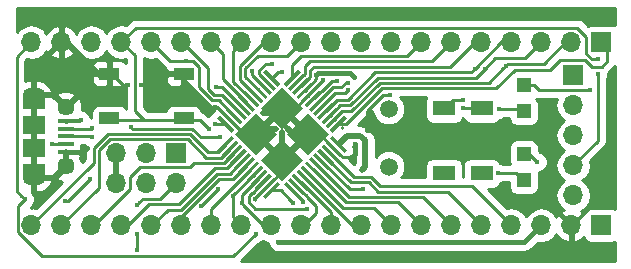
<source format=gtl>
%TF.GenerationSoftware,KiCad,Pcbnew,4.0.7*%
%TF.CreationDate,2017-11-14T20:11:37+08:00*%
%TF.ProjectId,STM32F401CCT6,53544D333246343031434354362E6B69,rev?*%
%TF.FileFunction,Copper,L1,Top,Signal*%
%FSLAX46Y46*%
G04 Gerber Fmt 4.6, Leading zero omitted, Abs format (unit mm)*
G04 Created by KiCad (PCBNEW 4.0.7) date 11/14/17 20:11:37*
%MOMM*%
%LPD*%
G01*
G04 APERTURE LIST*
%ADD10C,0.100000*%
%ADD11C,0.150000*%
%ADD12R,1.700000X1.700000*%
%ADD13O,1.700000X1.700000*%
%ADD14R,1.900000X1.500000*%
%ADD15C,1.450000*%
%ADD16R,1.350000X0.400000*%
%ADD17O,1.900000X1.200000*%
%ADD18R,1.900000X1.200000*%
%ADD19R,1.700000X1.000000*%
%ADD20R,1.200000X1.200000*%
%ADD21C,1.500000*%
%ADD22R,1.900000X1.300000*%
%ADD23C,0.453000*%
%ADD24C,0.250000*%
%ADD25C,0.300000*%
%ADD26C,0.400000*%
%ADD27C,0.500000*%
%ADD28C,0.254000*%
G04 APERTURE END LIST*
D10*
D11*
X-22262739Y8445037D02*
G75*
G03X-22262739Y8445037I-72801J0D01*
G01*
D12*
X-36472000Y6302000D03*
D13*
X-36472000Y3762000D03*
X-39012000Y6302000D03*
X-39012000Y3762000D03*
X-41552000Y6302000D03*
X-41552000Y3762000D03*
D12*
X-430000Y15700000D03*
D13*
X-2970000Y15700000D03*
X-5510000Y15700000D03*
X-8050000Y15700000D03*
X-10590000Y15700000D03*
X-13130000Y15700000D03*
X-15670000Y15700000D03*
X-18210000Y15700000D03*
X-20750000Y15700000D03*
X-23290000Y15700000D03*
X-25830000Y15700000D03*
X-28370000Y15700000D03*
X-30910000Y15700000D03*
X-33450000Y15700000D03*
X-35990000Y15700000D03*
X-38530000Y15700000D03*
X-41070000Y15700000D03*
X-43610000Y15700000D03*
X-46150000Y15700000D03*
X-48690000Y15700000D03*
D12*
X-430000Y200000D03*
D13*
X-2970000Y200000D03*
X-5510000Y200000D03*
X-8050000Y200000D03*
X-10590000Y200000D03*
X-13130000Y200000D03*
X-15670000Y200000D03*
X-18210000Y200000D03*
X-20750000Y200000D03*
X-23290000Y200000D03*
X-25830000Y200000D03*
X-28370000Y200000D03*
X-30910000Y200000D03*
X-33450000Y200000D03*
X-35990000Y200000D03*
X-38530000Y200000D03*
X-41070000Y200000D03*
X-43610000Y200000D03*
X-46150000Y200000D03*
X-48690000Y200000D03*
D14*
X-48480000Y6730000D03*
D15*
X-45780000Y10230000D03*
D16*
X-45780000Y8380000D03*
X-45780000Y9030000D03*
X-45780000Y6430000D03*
X-45780000Y7080000D03*
X-45780000Y7730000D03*
D15*
X-45780000Y5230000D03*
D14*
X-48480000Y8730000D03*
D17*
X-48480000Y11230000D03*
X-48480000Y4230000D03*
D18*
X-48480000Y4830000D03*
X-48480000Y10630000D03*
D19*
X-42110000Y13050000D03*
X-35810000Y13050000D03*
X-42110000Y9250000D03*
X-35810000Y9250000D03*
D12*
X-2810000Y12900000D03*
D13*
X-2810000Y10360000D03*
X-2810000Y7820000D03*
X-2810000Y5280000D03*
X-2810000Y2740000D03*
D20*
X-6990000Y12060000D03*
X-6990000Y9860000D03*
X-6990000Y6220000D03*
X-6990000Y4020000D03*
D21*
X-18440000Y5160000D03*
X-18440000Y10040000D03*
D22*
X-13760000Y10090000D03*
X-13760000Y4590000D03*
X-10560000Y4590000D03*
X-10560000Y10090000D03*
D10*
G36*
X-23233565Y7773285D02*
X-21996129Y6535849D01*
X-22208261Y6323717D01*
X-23445697Y7561153D01*
X-23233565Y7773285D01*
X-23233565Y7773285D01*
G37*
G36*
X-23587118Y7419732D02*
X-22349682Y6182296D01*
X-22561814Y5970164D01*
X-23799250Y7207600D01*
X-23587118Y7419732D01*
X-23587118Y7419732D01*
G37*
G36*
X-23940672Y7066178D02*
X-22703236Y5828742D01*
X-22915368Y5616610D01*
X-24152804Y6854046D01*
X-23940672Y7066178D01*
X-23940672Y7066178D01*
G37*
G36*
X-24294225Y6712625D02*
X-23056789Y5475189D01*
X-23268921Y5263057D01*
X-24506357Y6500493D01*
X-24294225Y6712625D01*
X-24294225Y6712625D01*
G37*
G36*
X-24647778Y6359072D02*
X-23410342Y5121636D01*
X-23622474Y4909504D01*
X-24859910Y6146940D01*
X-24647778Y6359072D01*
X-24647778Y6359072D01*
G37*
G36*
X-23976028Y4555950D02*
X-25213464Y5793386D01*
X-25001332Y6005518D01*
X-23763896Y4768082D01*
X-23976028Y4555950D01*
X-23976028Y4555950D01*
G37*
G36*
X-25354885Y5651965D02*
X-24117449Y4414529D01*
X-24329581Y4202397D01*
X-25567017Y5439833D01*
X-25354885Y5651965D01*
X-25354885Y5651965D01*
G37*
G36*
X-25708439Y5298411D02*
X-24471003Y4060975D01*
X-24683135Y3848843D01*
X-25920571Y5086279D01*
X-25708439Y5298411D01*
X-25708439Y5298411D01*
G37*
G36*
X-26061992Y4944858D02*
X-24824556Y3707422D01*
X-25036688Y3495290D01*
X-26274124Y4732726D01*
X-26061992Y4944858D01*
X-26061992Y4944858D01*
G37*
G36*
X-26415545Y4591305D02*
X-25178109Y3353869D01*
X-25390241Y3141737D01*
X-26627677Y4379173D01*
X-26415545Y4591305D01*
X-26415545Y4591305D01*
G37*
G36*
X-26769099Y4237751D02*
X-25531663Y3000315D01*
X-25743795Y2788183D01*
X-26981231Y4025619D01*
X-26769099Y4237751D01*
X-26769099Y4237751D01*
G37*
G36*
X-27122652Y3884198D02*
X-25885216Y2646762D01*
X-26097348Y2434630D01*
X-27334784Y3672066D01*
X-27122652Y3884198D01*
X-27122652Y3884198D01*
G37*
G36*
X-25567017Y10389581D02*
X-24329581Y11627017D01*
X-24117449Y11414885D01*
X-25354885Y10177449D01*
X-25567017Y10389581D01*
X-25567017Y10389581D01*
G37*
G36*
X-25213464Y10036028D02*
X-23976028Y11273464D01*
X-23763896Y11061332D01*
X-25001332Y9823896D01*
X-25213464Y10036028D01*
X-25213464Y10036028D01*
G37*
G36*
X-24859910Y9682474D02*
X-23622474Y10919910D01*
X-23410342Y10707778D01*
X-24647778Y9470342D01*
X-24859910Y9682474D01*
X-24859910Y9682474D01*
G37*
G36*
X-24506357Y9328921D02*
X-23268921Y10566357D01*
X-23056789Y10354225D01*
X-24294225Y9116789D01*
X-24506357Y9328921D01*
X-24506357Y9328921D01*
G37*
G36*
X-24152804Y8975368D02*
X-22915368Y10212804D01*
X-22703236Y10000672D01*
X-23940672Y8763236D01*
X-24152804Y8975368D01*
X-24152804Y8975368D01*
G37*
G36*
X-23799250Y8621814D02*
X-22561814Y9859250D01*
X-22349682Y9647118D01*
X-23587118Y8409682D01*
X-23799250Y8621814D01*
X-23799250Y8621814D01*
G37*
G36*
X-25920571Y10743135D02*
X-24683135Y11980571D01*
X-24471003Y11768439D01*
X-25708439Y10531003D01*
X-25920571Y10743135D01*
X-25920571Y10743135D01*
G37*
G36*
X-23445697Y8268261D02*
X-22208261Y9505697D01*
X-21996129Y9293565D01*
X-23233565Y8056129D01*
X-23445697Y8268261D01*
X-23445697Y8268261D01*
G37*
G36*
X-26274124Y11096688D02*
X-25036688Y12334124D01*
X-24824556Y12121992D01*
X-26061992Y10884556D01*
X-26274124Y11096688D01*
X-26274124Y11096688D01*
G37*
G36*
X-26627677Y11450241D02*
X-25390241Y12687677D01*
X-25178109Y12475545D01*
X-26415545Y11238109D01*
X-26627677Y11450241D01*
X-26627677Y11450241D01*
G37*
G36*
X-26981231Y11803795D02*
X-25743795Y13041231D01*
X-25531663Y12829099D01*
X-26769099Y11591663D01*
X-26981231Y11803795D01*
X-26981231Y11803795D01*
G37*
G36*
X-27334784Y12157348D02*
X-26097348Y13394784D01*
X-25885216Y13182652D01*
X-27122652Y11945216D01*
X-27334784Y12157348D01*
X-27334784Y12157348D01*
G37*
G36*
X-30976384Y11273464D02*
X-29738948Y10036028D01*
X-29951080Y9823896D01*
X-31188516Y11061332D01*
X-30976384Y11273464D01*
X-30976384Y11273464D01*
G37*
G36*
X-30622831Y11627017D02*
X-29385395Y10389581D01*
X-29597527Y10177449D01*
X-30834963Y11414885D01*
X-30622831Y11627017D01*
X-30622831Y11627017D01*
G37*
G36*
X-30269277Y11980571D02*
X-29031841Y10743135D01*
X-29243973Y10531003D01*
X-30481409Y11768439D01*
X-30269277Y11980571D01*
X-30269277Y11980571D01*
G37*
G36*
X-29915724Y12334124D02*
X-28678288Y11096688D01*
X-28890420Y10884556D01*
X-30127856Y12121992D01*
X-29915724Y12334124D01*
X-29915724Y12334124D01*
G37*
G36*
X-29562171Y12687677D02*
X-28324735Y11450241D01*
X-28536867Y11238109D01*
X-29774303Y12475545D01*
X-29562171Y12687677D01*
X-29562171Y12687677D01*
G37*
G36*
X-29208617Y13041231D02*
X-27971181Y11803795D01*
X-28183313Y11591663D01*
X-29420749Y12829099D01*
X-29208617Y13041231D01*
X-29208617Y13041231D01*
G37*
G36*
X-28855064Y13394784D02*
X-27617628Y12157348D01*
X-27829760Y11945216D01*
X-29067196Y13182652D01*
X-28855064Y13394784D01*
X-28855064Y13394784D01*
G37*
G36*
X-31329938Y10919910D02*
X-30092502Y9682474D01*
X-30304634Y9470342D01*
X-31542070Y10707778D01*
X-31329938Y10919910D01*
X-31329938Y10919910D01*
G37*
G36*
X-31683491Y10566357D02*
X-30446055Y9328921D01*
X-30658187Y9116789D01*
X-31895623Y10354225D01*
X-31683491Y10566357D01*
X-31683491Y10566357D01*
G37*
G36*
X-32037044Y10212804D02*
X-30799608Y8975368D01*
X-31011740Y8763236D01*
X-32249176Y10000672D01*
X-32037044Y10212804D01*
X-32037044Y10212804D01*
G37*
G36*
X-32390598Y9859250D02*
X-31153162Y8621814D01*
X-31365294Y8409682D01*
X-32602730Y9647118D01*
X-32390598Y9859250D01*
X-32390598Y9859250D01*
G37*
G36*
X-32744151Y9505697D02*
X-31506715Y8268261D01*
X-31718847Y8056129D01*
X-32956283Y9293565D01*
X-32744151Y9505697D01*
X-32744151Y9505697D01*
G37*
G36*
X-30834963Y4414529D02*
X-29597527Y5651965D01*
X-29385395Y5439833D01*
X-30622831Y4202397D01*
X-30834963Y4414529D01*
X-30834963Y4414529D01*
G37*
G36*
X-31188516Y4768082D02*
X-29951080Y6005518D01*
X-29738948Y5793386D01*
X-30976384Y4555950D01*
X-31188516Y4768082D01*
X-31188516Y4768082D01*
G37*
G36*
X-30481409Y4060975D02*
X-29243973Y5298411D01*
X-29031841Y5086279D01*
X-30269277Y3848843D01*
X-30481409Y4060975D01*
X-30481409Y4060975D01*
G37*
G36*
X-30127856Y3707422D02*
X-28890420Y4944858D01*
X-28678288Y4732726D01*
X-29915724Y3495290D01*
X-30127856Y3707422D01*
X-30127856Y3707422D01*
G37*
G36*
X-29774303Y3353869D02*
X-28536867Y4591305D01*
X-28324735Y4379173D01*
X-29562171Y3141737D01*
X-29774303Y3353869D01*
X-29774303Y3353869D01*
G37*
G36*
X-29420749Y3000315D02*
X-28183313Y4237751D01*
X-27971181Y4025619D01*
X-29208617Y2788183D01*
X-29420749Y3000315D01*
X-29420749Y3000315D01*
G37*
G36*
X-29067196Y2646762D02*
X-27829760Y3884198D01*
X-27617628Y3672066D01*
X-28855064Y2434630D01*
X-29067196Y2646762D01*
X-29067196Y2646762D01*
G37*
G36*
X-31542070Y5121636D02*
X-30304634Y6359072D01*
X-30092502Y6146940D01*
X-31329938Y4909504D01*
X-31542070Y5121636D01*
X-31542070Y5121636D01*
G37*
G36*
X-31895623Y5475189D02*
X-30658187Y6712625D01*
X-30446055Y6500493D01*
X-31683491Y5263057D01*
X-31895623Y5475189D01*
X-31895623Y5475189D01*
G37*
G36*
X-32249176Y5828742D02*
X-31011740Y7066178D01*
X-30799608Y6854046D01*
X-32037044Y5616610D01*
X-32249176Y5828742D01*
X-32249176Y5828742D01*
G37*
G36*
X-32602730Y6182296D02*
X-31365294Y7419732D01*
X-31153162Y7207600D01*
X-32390598Y5970164D01*
X-32602730Y6182296D01*
X-32602730Y6182296D01*
G37*
G36*
X-32956283Y6535849D02*
X-31718847Y7773285D01*
X-31506715Y7561153D01*
X-32744151Y6323717D01*
X-32956283Y6535849D01*
X-32956283Y6535849D01*
G37*
G36*
X-25284175Y9682474D02*
X-23516408Y7914707D01*
X-25284175Y6146940D01*
X-27051942Y7914707D01*
X-25284175Y9682474D01*
X-25284175Y9682474D01*
G37*
G36*
X-29668237Y9682474D02*
X-27900470Y7914707D01*
X-29668237Y6146940D01*
X-31436004Y7914707D01*
X-29668237Y9682474D01*
X-29668237Y9682474D01*
G37*
G36*
X-27476206Y7490443D02*
X-25708439Y5722676D01*
X-27476206Y3954909D01*
X-29243973Y5722676D01*
X-27476206Y7490443D01*
X-27476206Y7490443D01*
G37*
G36*
X-27476206Y11874505D02*
X-25708439Y10106738D01*
X-27476206Y8338971D01*
X-29243973Y10106738D01*
X-27476206Y11874505D01*
X-27476206Y11874505D01*
G37*
D23*
X-45810926Y2299148D03*
X-44520000Y9120000D03*
X-27770000Y-1233500D03*
X-43760000Y4120000D03*
X-24013500Y12466970D03*
X-35554218Y10344292D03*
X-33130000Y10180000D03*
X-39407008Y12050000D03*
X-40510000Y12060000D03*
X-21286532Y7123500D03*
X-43970000Y6780000D03*
X-21566475Y5963525D03*
X-18340000Y11260000D03*
X-29750094Y2400094D03*
X-16600000Y6680000D03*
X-44080000Y14000000D03*
X-29120000Y9670000D03*
X-27500000Y8084990D03*
X-27010000Y8410000D03*
X-27950000Y8350000D03*
X-20280000Y8310000D03*
X-33628498Y8329120D03*
X-22779998Y12450000D03*
X-730000Y13010000D03*
X-748265Y14239258D03*
X-12170000Y10820000D03*
X-10298235Y13448235D03*
X-12181870Y10167116D03*
X-11166363Y13439734D03*
X-21894722Y11623472D03*
X-21910679Y12286071D03*
X-9100000Y10010000D03*
X-9183508Y4646692D03*
X-40280000Y8520000D03*
X-32720000Y7660000D03*
X-32900000Y3231500D03*
X-34339767Y1799767D03*
X-8520000Y13710000D03*
X-27470000Y13210000D03*
X-28340000Y13868502D03*
X-30010000Y13250000D03*
X-25705435Y2175496D03*
X-25330000Y1550000D03*
X-30880044Y2076491D03*
X-31605754Y2665754D03*
X-20650000Y3250000D03*
X-33080000Y11940000D03*
X-43580000Y8410000D03*
X-46970000Y7100000D03*
X-43599204Y7693017D03*
X-35560000Y14120000D03*
X-49270000Y2390000D03*
X-29710009Y-510009D03*
X-39770000Y1910000D03*
X-39750000Y-1866500D03*
X-39790000Y-527008D03*
X-20660000Y4890000D03*
X-33178387Y8802206D03*
X-1360000Y11640000D03*
X-5850000Y5550000D03*
X-26542855Y2113317D03*
X-24558715Y12920000D03*
X-21380000Y12740000D03*
D24*
X-45810926Y2299148D02*
X-45590852Y2299148D01*
X-45590852Y2299148D02*
X-43770000Y4120000D01*
X-43770000Y4120000D02*
X-43760000Y4120000D01*
D25*
X-45780000Y9030000D02*
X-44610000Y9030000D01*
X-44610000Y9030000D02*
X-44520000Y9120000D01*
D24*
X-45690000Y9120000D02*
X-45780000Y9030000D01*
D26*
X-6943500Y-1233500D02*
X-27449681Y-1233500D01*
X-5510000Y200000D02*
X-6943500Y-1233500D01*
X-27449681Y-1233500D02*
X-27770000Y-1233500D01*
X-45760000Y9050000D02*
X-45780000Y9030000D01*
D24*
X-5510000Y160000D02*
X-6820000Y-1150000D01*
X-24239999Y12240471D02*
X-24013500Y12466970D01*
X-25159773Y11320697D02*
X-24239999Y12240471D01*
X-25159773Y11256447D02*
X-25159773Y11320697D01*
X-35554218Y10344292D02*
X-35130000Y10768510D01*
X-35130000Y10768510D02*
X-35130000Y11859681D01*
X-35130000Y11859681D02*
X-35150000Y11879681D01*
X-35830000Y12559681D02*
X-35150000Y11879681D01*
X-35150000Y11879681D02*
X-33450319Y10180000D01*
X-31886740Y9139759D02*
X-32936981Y10190000D01*
X-32936981Y10190000D02*
X-33120000Y10190000D01*
X-33120000Y10190000D02*
X-33130000Y10180000D01*
X-35830000Y12920000D02*
X-35830000Y12559681D01*
X-33450319Y10180000D02*
X-33130000Y10180000D01*
X-38537008Y12920000D02*
X-39180509Y12276499D01*
X-35830000Y12920000D02*
X-38537008Y12920000D01*
X-40920000Y12060000D02*
X-40830319Y12060000D01*
X-40830319Y12060000D02*
X-40510000Y12060000D01*
X-41780000Y12920000D02*
X-40920000Y12060000D01*
X-42130000Y12920000D02*
X-41780000Y12920000D01*
X-39180509Y12276499D02*
X-39407008Y12050000D01*
D26*
X-2970000Y200000D02*
X-5410000Y2640000D01*
X-5410000Y2640000D02*
X-7700000Y2640000D01*
X-21566475Y5963525D02*
X-21286532Y6243468D01*
X-21286532Y6803181D02*
X-21286532Y7123500D01*
X-21286532Y6243468D02*
X-21286532Y6803181D01*
D27*
X-46150000Y15700000D02*
X-48480000Y13370000D01*
X-45780000Y5230000D02*
X-45780000Y6430000D01*
D26*
X-43970000Y6780000D02*
X-44320000Y6430000D01*
X-44320000Y6430000D02*
X-45780000Y6430000D01*
D24*
X-23074466Y6694948D02*
X-24294225Y7914707D01*
X-24294225Y7914707D02*
X-25284175Y7914707D01*
X-21566475Y5963525D02*
X-22343575Y5963525D01*
X-22343575Y5963525D02*
X-22343575Y5964057D01*
X-22343575Y5964057D02*
X-23074466Y6694948D01*
X-21566475Y5965645D02*
X-21566475Y5963525D01*
X-21570830Y5970000D02*
X-21566475Y5965645D01*
X-25290000Y7920000D02*
X-24300050Y7920000D01*
X-35830000Y12586208D02*
X-35830000Y12920000D01*
X-18660319Y11260000D02*
X-18340000Y11260000D01*
X-20280000Y8310000D02*
X-20280000Y9898619D01*
X-18918619Y11260000D02*
X-18660319Y11260000D01*
X-20280000Y9898619D02*
X-18918619Y11260000D01*
X-28704759Y3518260D02*
X-29730000Y2493019D01*
X-29730000Y2493019D02*
X-29730000Y2380000D01*
X-29730000Y2380000D02*
X-29750094Y2400094D01*
D26*
X-16600000Y6680000D02*
X-18230000Y8310000D01*
X-18230000Y8310000D02*
X-20280000Y8310000D01*
D27*
X-42130000Y12920000D02*
X-42970000Y12920000D01*
X-42970000Y12920000D02*
X-45750000Y15700000D01*
X-45750000Y15700000D02*
X-46150000Y15700000D01*
D24*
X-25201612Y11261080D02*
X-26350661Y10112031D01*
X-26350661Y10112031D02*
X-27482031Y10112031D01*
D27*
X-27482031Y5727969D02*
X-29674062Y7920000D01*
X-25290000Y7920000D02*
X-27482031Y5727969D01*
X-25290000Y7920000D02*
X-27482031Y10112031D01*
X-27950000Y8350000D02*
X-29244062Y8350000D01*
X-29244062Y8350000D02*
X-29674062Y7920000D01*
X-27500000Y8084990D02*
X-27500000Y5745938D01*
X-25290000Y7920000D02*
X-26520000Y7920000D01*
X-26520000Y7920000D02*
X-27010000Y8410000D01*
X-27482031Y10112031D02*
X-29674062Y7920000D01*
X-29120000Y9670000D02*
X-27924062Y9670000D01*
X-27924062Y9670000D02*
X-27482031Y10112031D01*
D24*
X-27482031Y5727969D02*
X-27482031Y4738019D01*
X-27482031Y4738019D02*
X-28701790Y3518260D01*
X-29674062Y7920000D02*
X-28329896Y7920000D01*
X-31883771Y9139759D02*
X-30664012Y7920000D01*
X-30664012Y7920000D02*
X-29674062Y7920000D01*
X-2970000Y160000D02*
X40000Y3170000D01*
X-23060224Y6700224D02*
X-23083260Y6700224D01*
X-23083260Y6700224D02*
X-23083268Y6700232D01*
X-42900000Y12920000D02*
X-42130000Y12920000D01*
D27*
X-48480000Y13370000D02*
X-48480000Y11230000D01*
X-48480000Y11230000D02*
X-46780000Y11230000D01*
X-46780000Y11230000D02*
X-45780000Y10230000D01*
X-48480000Y4230000D02*
X-46780000Y4230000D01*
X-46780000Y4230000D02*
X-45780000Y5230000D01*
X-48480000Y4830000D02*
X-48480000Y4230000D01*
X-48480000Y6730000D02*
X-48480000Y4830000D01*
X-48480000Y8730000D02*
X-48480000Y6730000D01*
X-48480000Y10630000D02*
X-48480000Y8730000D01*
X-48480000Y11230000D02*
X-48480000Y10630000D01*
D24*
X-34419378Y9120000D02*
X-33854997Y8555619D01*
X-35830000Y9120000D02*
X-34419378Y9120000D01*
X-33854997Y8555619D02*
X-33628498Y8329120D01*
X-24740232Y10980000D02*
X-24729114Y10980000D01*
X-24729114Y10980000D02*
X-24110650Y11598464D01*
X-24110650Y11598464D02*
X-24087932Y11598464D01*
X-24087932Y11598464D02*
X-23236396Y12450000D01*
X-23236396Y12450000D02*
X-23100317Y12450000D01*
X-23100317Y12450000D02*
X-22779998Y12450000D01*
X-39958508Y9918508D02*
X-39160000Y9120000D01*
X-39958508Y14588508D02*
X-39958508Y9918508D01*
X-41070000Y15700000D02*
X-39958508Y14588508D01*
X-42130000Y9120000D02*
X-39160000Y9120000D01*
X-39160000Y9120000D02*
X-35830000Y9120000D01*
X-35830000Y9120000D02*
X-36153366Y9443366D01*
X-730000Y12691802D02*
X-730000Y13010000D01*
X-730000Y7360000D02*
X-730000Y12691802D01*
X-2810000Y5280000D02*
X-730000Y7360000D01*
X-41070000Y15700000D02*
X-39830000Y16940000D01*
X-39830000Y16940000D02*
X-2471012Y16940000D01*
X-2471012Y16940000D02*
X-1700000Y16168988D01*
X-1700000Y16168988D02*
X-1700000Y14699999D01*
X-1700000Y14699999D02*
X-1239259Y14239258D01*
X-1239259Y14239258D02*
X-748265Y14239258D01*
X-35830000Y9120000D02*
X-35830000Y9287919D01*
X-40632000Y15732000D02*
X-40642000Y15732000D01*
X-9404979Y14341491D02*
X-6898509Y14341491D01*
X-6898509Y14341491D02*
X-5510000Y15730000D01*
X-10298235Y13448235D02*
X-9404979Y14341491D01*
X-23436814Y9493313D02*
X-22530119Y10400008D01*
X-22530119Y10400008D02*
X-21687801Y10400008D01*
X-19376315Y12711494D02*
X-17702491Y12711494D01*
X-21687801Y10400008D02*
X-19376315Y12711494D01*
X-17690991Y12699994D02*
X-11046476Y12699994D01*
X-17702491Y12711494D02*
X-17690991Y12699994D01*
X-11046476Y12699994D02*
X-10524734Y13221736D01*
X-10524734Y13221736D02*
X-10298235Y13448235D01*
X-12170000Y10820000D02*
X-13030000Y10820000D01*
X-13030000Y10820000D02*
X-13760000Y10090000D01*
X-11166363Y13439734D02*
X-8896097Y15710000D01*
X-8896097Y15710000D02*
X-8040000Y15710000D01*
X-8040000Y15710000D02*
X-8050000Y15700000D01*
X-23781573Y9841573D02*
X-22787224Y10835922D01*
X-22787224Y10835922D02*
X-22787224Y10850009D01*
X-12181870Y10167116D02*
X-10637116Y10167116D01*
X-10637116Y10167116D02*
X-10560000Y10090000D01*
X-11450005Y13149995D02*
X-11166363Y13433637D01*
X-22787224Y10850009D02*
X-21874197Y10850009D01*
X-17516095Y13161495D02*
X-17504595Y13149995D01*
X-21874197Y10850009D02*
X-19562711Y13161495D01*
X-19562711Y13161495D02*
X-17516095Y13161495D01*
X-17504595Y13149995D02*
X-11450005Y13149995D01*
X-11166363Y13433637D02*
X-11166363Y13439734D01*
X-10560000Y10090000D02*
X-10860000Y10090000D01*
X-7610000Y15730000D02*
X-7612000Y15732000D01*
X-21894722Y11623472D02*
X-22119721Y11398473D01*
X-22119721Y11398473D02*
X-22942897Y11398473D01*
X-22942897Y11398473D02*
X-23451523Y10889847D01*
X-23451523Y10889847D02*
X-24140951Y10200419D01*
X-24140951Y10200419D02*
X-24109581Y10200419D01*
X-23179991Y11870009D02*
X-23179991Y11868689D01*
X-23179991Y11868689D02*
X-24499340Y10549340D01*
X-23179991Y11870009D02*
X-23179991Y11868487D01*
X-23179991Y11870009D02*
X-22456003Y11870009D01*
X-22456003Y11870009D02*
X-22039941Y12286071D01*
X-22039941Y12286071D02*
X-21910679Y12286071D01*
X-6990000Y9860000D02*
X-7140000Y10010000D01*
X-7140000Y10010000D02*
X-9100000Y10010000D01*
X-6990000Y4020000D02*
X-6990000Y4030000D01*
X-6990000Y4030000D02*
X-7620000Y4660000D01*
X-7620000Y4660000D02*
X-9170200Y4660000D01*
X-9170200Y4660000D02*
X-9183508Y4646692D01*
X-6990000Y4232462D02*
X-6990000Y4020000D01*
X-32720000Y7660000D02*
X-34359812Y7660000D01*
X-34359812Y7660000D02*
X-35089821Y8390009D01*
X-35089821Y8390009D02*
X-40150009Y8390009D01*
X-40150009Y8390009D02*
X-40200000Y8440000D01*
X-40200000Y8440000D02*
X-40280000Y8520000D01*
X-32908034Y3231500D02*
X-32900000Y3231500D01*
X-34339767Y1799767D02*
X-32908034Y3231500D01*
X70000Y14106011D02*
X70000Y15230000D01*
X70000Y15230000D02*
X-430000Y15730000D01*
X-7775009Y13364991D02*
X-4808020Y13364991D01*
X-406003Y13630008D02*
X70000Y14106011D01*
X-19003523Y11811492D02*
X-18075283Y11811492D01*
X-4808020Y13364991D02*
X-3963011Y14210000D01*
X-22729707Y8786206D02*
X-22028809Y8786206D01*
X-1266405Y13630008D02*
X-406003Y13630008D01*
X-18075283Y11811492D02*
X-18063783Y11799992D01*
X-9340008Y11799992D02*
X-7775009Y13364991D01*
X-22028809Y8786206D02*
X-19003523Y11811492D01*
X-18063783Y11799992D02*
X-9340008Y11799992D01*
X-1846397Y14210000D02*
X-1266405Y13630008D01*
X-3963011Y14210000D02*
X-1846397Y14210000D01*
X-2970000Y15700000D02*
X-3470000Y15700000D01*
X-3470000Y15700000D02*
X-5320010Y13849990D01*
X-5320010Y13849990D02*
X-8390010Y13849990D01*
X-8390010Y13849990D02*
X-8520000Y13720000D01*
X-8520000Y13720000D02*
X-8520000Y13710000D01*
X-17888887Y12261493D02*
X-17877387Y12249993D01*
X-21601412Y9850000D02*
X-19189919Y12261493D01*
X-22373019Y9850000D02*
X-21601412Y9850000D01*
X-8746499Y13483501D02*
X-8520000Y13710000D01*
X-23083260Y9139759D02*
X-22373019Y9850000D01*
X-17877387Y12249993D02*
X-9980007Y12249993D01*
X-9980007Y12249993D02*
X-8746499Y13483501D01*
X-19189919Y12261493D02*
X-17888887Y12261493D01*
X-25902893Y11962893D02*
X-25213465Y12652321D01*
X-25213465Y12652321D02*
X-25213465Y12666408D01*
X-25213465Y12666408D02*
X-25110215Y12769658D01*
X-11119797Y15732000D02*
X-10152000Y15732000D01*
X-25110215Y13309785D02*
X-24794993Y13625007D01*
X-25110215Y12769658D02*
X-25110215Y13309785D01*
X-17343210Y13625007D02*
X-17319699Y13601496D01*
X-13250301Y13601496D02*
X-11119797Y15732000D01*
X-24794993Y13625007D02*
X-17343210Y13625007D01*
X-17319699Y13601496D02*
X-13250301Y13601496D01*
X-25567019Y13005875D02*
X-26256447Y12316447D01*
X-25134992Y14075008D02*
X-25560216Y13649784D01*
X-25560216Y13012678D02*
X-25567019Y13005875D01*
X-25560216Y13649784D02*
X-25560216Y13012678D01*
X-14754992Y14075008D02*
X-25134992Y14075008D01*
X-13130000Y15700000D02*
X-14754992Y14075008D01*
X-16874991Y14525009D02*
X-15670000Y15730000D01*
X-25864991Y14525009D02*
X-16874991Y14525009D01*
X-26618794Y13771206D02*
X-25864991Y14525009D01*
X-26618794Y12675293D02*
X-26618794Y13771206D01*
X-28353072Y12670660D02*
X-28176296Y12847436D01*
X-28176296Y12847436D02*
X-28176094Y12847436D01*
X-28176094Y12847436D02*
X-27813530Y13210000D01*
X-27470000Y13210000D02*
X-27813530Y13210000D01*
X-28660319Y13868502D02*
X-28340000Y13868502D01*
X-29392196Y13317272D02*
X-28840966Y13868502D01*
X-29392196Y13009177D02*
X-29392196Y13317272D01*
X-28704759Y12321740D02*
X-29392196Y13009177D01*
X-28840966Y13868502D02*
X-28660319Y13868502D01*
X-30010000Y12929681D02*
X-30010000Y13250000D01*
X-30010000Y12919873D02*
X-30010000Y12929681D01*
X-29058313Y11968186D02*
X-30010000Y12919873D01*
X-30569991Y12772758D02*
X-29411866Y11614633D01*
X-25830000Y15730000D02*
X-27038509Y14521491D01*
X-30569991Y13486217D02*
X-30569991Y12772758D01*
X-27038509Y14521491D02*
X-29534717Y14521491D01*
X-29534717Y14521491D02*
X-30569991Y13486217D01*
X-31019992Y13672613D02*
X-28962605Y15730000D01*
X-31019992Y12515653D02*
X-31019992Y13672613D01*
X-29765419Y11261080D02*
X-31019992Y12515653D01*
X-28962605Y15730000D02*
X-28370000Y15730000D01*
X-28328000Y15732000D02*
X-27932000Y15732000D01*
X-30472000Y15732000D02*
X-30801715Y15732000D01*
X-30801715Y15732000D02*
X-31580000Y14953715D01*
X-31580000Y14953715D02*
X-31580000Y12368553D01*
X-31580000Y12368553D02*
X-30118973Y10907526D01*
X-32490009Y14740009D02*
X-32490009Y12571456D01*
X-33450000Y15700000D02*
X-32490009Y14740009D01*
X-32490009Y12571456D02*
X-30472526Y10553973D01*
X-31170839Y9841573D02*
X-32569274Y11240008D01*
X-32569274Y11240008D02*
X-33211007Y11240008D01*
X-33211007Y11240008D02*
X-33699992Y11728993D01*
X-33699992Y11728993D02*
X-33699992Y13486389D01*
X-33699992Y13486389D02*
X-35943603Y15730000D01*
X-35943603Y15730000D02*
X-35990000Y15730000D01*
X-26610000Y3159414D02*
X-25705435Y2254849D01*
X-25705435Y2254849D02*
X-25705435Y2175496D01*
X-25650319Y1550000D02*
X-25330000Y1550000D01*
X-30301585Y2135377D02*
X-29716208Y1550000D01*
X-30014811Y2951585D02*
X-30301585Y2664811D01*
X-29716208Y1550000D02*
X-25650319Y1550000D01*
X-30301585Y2664811D02*
X-30301585Y2135377D01*
X-29964455Y2951585D02*
X-30014811Y2951585D01*
X-29049519Y3866521D02*
X-29964455Y2951585D01*
X-23436814Y6346687D02*
X-21390127Y4300000D01*
X-21390127Y4300000D02*
X-19940000Y4300000D01*
X-19940000Y4300000D02*
X-19140000Y3500000D01*
X-19140000Y3500000D02*
X-11350000Y3500000D01*
X-11350000Y3500000D02*
X-8050000Y200000D01*
X-23790367Y5993134D02*
X-21632225Y3834992D01*
X-21632225Y3834992D02*
X-20111389Y3834992D01*
X-20111389Y3834992D02*
X-19326396Y3049999D01*
X-19326396Y3049999D02*
X-13439999Y3049999D01*
X-13439999Y3049999D02*
X-10590000Y200000D01*
X-24497474Y5286027D02*
X-21811445Y2599998D01*
X-21811445Y2599998D02*
X-15529998Y2599998D01*
X-15529998Y2599998D02*
X-13130000Y200000D01*
X-24851027Y4932474D02*
X-22068550Y2149997D01*
X-22068550Y2149997D02*
X-17619997Y2149997D01*
X-17619997Y2149997D02*
X-15670000Y200000D01*
X-25204581Y4578920D02*
X-22325657Y1699996D01*
X-22325657Y1699996D02*
X-19709996Y1699996D01*
X-19709996Y1699996D02*
X-18210000Y200000D01*
X-20750000Y200000D02*
X-21520000Y200000D01*
X-21520000Y200000D02*
X-25550000Y4230000D01*
X-25911687Y3871814D02*
X-25872834Y3871814D01*
X-25872834Y3871814D02*
X-23290000Y1288980D01*
X-23290000Y1288980D02*
X-23290000Y-20000D01*
X-25830000Y-20000D02*
X-24598509Y1211491D01*
X-24598509Y1211491D02*
X-24598509Y1848509D01*
X-25357706Y2617706D02*
X-25380000Y2640000D01*
X-24598509Y1848509D02*
X-25357706Y2607706D01*
X-25357706Y2607706D02*
X-25357706Y2617706D01*
X-25380000Y2640000D02*
X-25396410Y2640000D01*
X-25396410Y2640000D02*
X-26265241Y3508831D01*
X-30880044Y2396810D02*
X-30880044Y2076491D01*
X-29411866Y4225367D02*
X-30880044Y2757189D01*
X-30880044Y2757189D02*
X-30880044Y2396810D01*
X-28963553Y160000D02*
X-30653545Y1849992D01*
X-28370000Y160000D02*
X-28963553Y160000D01*
X-30653545Y1849992D02*
X-30880044Y2076491D01*
X-28370000Y-20000D02*
X-28660000Y-20000D01*
X-30910000Y200000D02*
X-31590000Y880000D01*
X-31590000Y880000D02*
X-31590000Y2650000D01*
X-31590000Y2650000D02*
X-31605754Y2665754D01*
X-29765419Y4578920D02*
X-31620000Y2724339D01*
X-31620000Y2724339D02*
X-31620000Y2670000D01*
X-31620000Y2670000D02*
X-31610000Y2670000D01*
X-31610000Y2670000D02*
X-31605754Y2665754D01*
X-30118973Y4932474D02*
X-33450000Y1601447D01*
X-33450000Y1601447D02*
X-33450000Y-20000D01*
X-32805096Y4114364D02*
X-31640688Y4114364D01*
X-35990000Y929460D02*
X-32805096Y4114364D01*
X-31640688Y4114364D02*
X-30464392Y5290660D01*
X-35990000Y200000D02*
X-35990000Y929460D01*
X-35990000Y-20000D02*
X-35775052Y-20000D01*
X-35552000Y-16000D02*
X-35550000Y-14000D01*
X-35550000Y-14000D02*
X-35550000Y208553D01*
X-32991493Y4564364D02*
X-36025858Y1529999D01*
X-37160001Y1529999D02*
X-38530000Y160000D01*
X-31901297Y4564364D02*
X-32991493Y4564364D01*
X-30826080Y5639581D02*
X-31901297Y4564364D01*
X-36025858Y1529999D02*
X-37160001Y1529999D01*
X-38092000Y-16000D02*
X-38080000Y-4000D01*
X-41070000Y200000D02*
X-40550000Y200000D01*
X-40550000Y200000D02*
X-38770000Y1980000D01*
X-38770000Y1980000D02*
X-36212254Y1980000D01*
X-32144315Y5014365D02*
X-31170839Y5987841D01*
X-36212254Y1980000D02*
X-33177889Y5014365D01*
X-33177889Y5014365D02*
X-32144315Y5014365D01*
X-31533186Y6346687D02*
X-32415508Y5464365D01*
X-32415508Y5464365D02*
X-34895635Y5464365D01*
X-34895635Y5464365D02*
X-35240000Y5120000D01*
X-40304615Y3305385D02*
X-43410000Y200000D01*
X-43470000Y200000D02*
X-43610000Y200000D01*
X-35240000Y5120000D02*
X-39500000Y5120000D01*
X-39500000Y5120000D02*
X-40300000Y4320000D01*
X-40300000Y4320000D02*
X-40300000Y3305385D01*
X-40300000Y3305385D02*
X-40304615Y3305385D01*
X-43410000Y200000D02*
X-43470000Y200000D01*
X-43610000Y-4615D02*
X-43610000Y-20000D01*
X-46150000Y200000D02*
X-42958507Y3391493D01*
X-42958507Y3391493D02*
X-42958507Y6561107D01*
X-35462613Y7490008D02*
X-33886971Y5914366D01*
X-42958507Y6561107D02*
X-42029606Y7490008D01*
X-32658528Y5914366D02*
X-31877946Y6694948D01*
X-42029606Y7490008D02*
X-35462613Y7490008D01*
X-33886971Y5914366D02*
X-32658528Y5914366D01*
X-48690000Y200000D02*
X-43408508Y5481492D01*
X-43408508Y5481492D02*
X-43408508Y6747503D01*
X-35276217Y7940009D02*
X-33700574Y6364366D01*
X-43408508Y6747503D02*
X-42216002Y7940009D01*
X-42216002Y7940009D02*
X-35276217Y7940009D01*
X-33700574Y6364366D02*
X-33694940Y6370000D01*
X-33694940Y6370000D02*
X-32910000Y6370000D01*
X-32910000Y6370000D02*
X-32231499Y7048501D01*
X-21754339Y3250000D02*
X-20650000Y3250000D01*
X-24143920Y5639581D02*
X-21754339Y3250000D01*
X-32759681Y11940000D02*
X-33080000Y11940000D01*
X-32562160Y11940000D02*
X-32759681Y11940000D01*
X-30817286Y10195126D02*
X-32562160Y11940000D01*
X-43610000Y8380000D02*
X-43580000Y8410000D01*
X-45780000Y8380000D02*
X-43610000Y8380000D01*
X-45780000Y7080000D02*
X-46950000Y7080000D01*
X-46950000Y7080000D02*
X-46970000Y7100000D01*
X-46990000Y7120000D02*
X-46970000Y7100000D01*
X-45780000Y7730000D02*
X-43636187Y7730000D01*
X-43636187Y7730000D02*
X-43599204Y7693017D01*
X-32817863Y10781491D02*
X-33388886Y10781491D01*
X-34970000Y14120000D02*
X-35239681Y14120000D01*
X-33388886Y10781491D02*
X-34490000Y11882605D01*
X-31524392Y9488020D02*
X-32817863Y10781491D01*
X-34490000Y11882605D02*
X-34490000Y13640000D01*
X-34490000Y13640000D02*
X-34970000Y14120000D01*
X-35239681Y14120000D02*
X-35560000Y14120000D01*
X-36950000Y14120000D02*
X-35880319Y14120000D01*
X-38530000Y15700000D02*
X-36950000Y14120000D01*
X-35880319Y14120000D02*
X-35560000Y14120000D01*
X-48690000Y15700000D02*
X-49950000Y14440000D01*
X-49569999Y2090001D02*
X-49270000Y2390000D01*
X-49864991Y1795009D02*
X-49569999Y2090001D01*
X-47810996Y-2417992D02*
X-49864991Y-363997D01*
X-49950000Y3070000D02*
X-49569999Y2689999D01*
X-31617992Y-2417992D02*
X-47810996Y-2417992D01*
X-49569999Y2689999D02*
X-49270000Y2390000D01*
X-49864991Y-363997D02*
X-49864991Y1795009D01*
X-49950000Y14440000D02*
X-49950000Y3070000D01*
X-29710009Y-510009D02*
X-31617992Y-2417992D01*
D27*
X-48530000Y15540000D02*
X-48690000Y15700000D01*
D24*
X-6140000Y12060000D02*
X-5720000Y11640000D01*
X-5720000Y11640000D02*
X-1360000Y11640000D01*
X-6990000Y12060000D02*
X-6140000Y12060000D01*
X-39543501Y2136499D02*
X-39770000Y1910000D01*
X-39240000Y2440000D02*
X-39543501Y2136499D01*
X-37794000Y2440000D02*
X-39240000Y2440000D01*
X-36472000Y3762000D02*
X-37794000Y2440000D01*
X-39790000Y-527008D02*
X-39790000Y-1826500D01*
X-39790000Y-1826500D02*
X-39750000Y-1866500D01*
X-6990000Y6220000D02*
X-6520000Y6220000D01*
X-6520000Y6220000D02*
X-5850000Y5550000D01*
D27*
X-20660000Y4890000D02*
X-20433501Y5116499D01*
X-20433501Y5116499D02*
X-20433501Y7391638D01*
D24*
X-6990000Y12060000D02*
X-6990000Y11913792D01*
D26*
X-6990000Y11779984D02*
X-6990000Y12060000D01*
D24*
X-6990000Y6220000D02*
X-7140000Y6370000D01*
X-33157094Y8780913D02*
X-33178387Y8802206D01*
X-32231499Y8780913D02*
X-33157094Y8780913D01*
X-24558715Y12599965D02*
X-24558715Y12920000D01*
D26*
X-24385254Y13093461D02*
X-24558715Y12920000D01*
D24*
X-25549340Y11609340D02*
X-24558715Y12599965D01*
D27*
X-20433501Y7391638D02*
X-20841863Y7800000D01*
X-20841863Y7800000D02*
X-21969414Y7800000D01*
X-21969414Y7800000D02*
X-22650201Y7119213D01*
D24*
X-2810000Y2890000D02*
X-2810000Y2740000D01*
X-27598878Y3169340D02*
X-26767854Y2338316D01*
X-28343072Y3169340D02*
X-27598878Y3169340D01*
X-26767854Y2338316D02*
X-26542855Y2113317D01*
D26*
X-21730000Y13090000D02*
X-23920000Y13090000D01*
X-23923461Y13093461D02*
X-24385254Y13093461D01*
X-21380000Y12740000D02*
X-21730000Y13090000D01*
X-23920000Y13090000D02*
X-23923461Y13093461D01*
X-2810000Y3040000D02*
X-2810000Y2740000D01*
D28*
G36*
X-2843000Y327000D02*
X-2823000Y327000D01*
X-2823000Y73000D01*
X-2843000Y73000D01*
X-2843000Y-1120155D01*
X-2613110Y-1241476D01*
X-2203076Y-1071645D01*
X-1900063Y-795499D01*
X-1883162Y-885317D01*
X-1744090Y-1101441D01*
X-1531890Y-1246431D01*
X-1280000Y-1297440D01*
X420000Y-1297440D01*
X655317Y-1253162D01*
X709797Y-1218105D01*
X709938Y-2830000D01*
X-30955198Y-2830000D01*
X-29466901Y-1341703D01*
X-29222646Y-1240779D01*
X-29084790Y-1103163D01*
X-28938285Y-1201054D01*
X-28631525Y-1262072D01*
X-28631649Y-1404111D01*
X-28500770Y-1720863D01*
X-28258638Y-1963418D01*
X-27942115Y-2094850D01*
X-27599389Y-2095149D01*
X-27534893Y-2068500D01*
X-6943500Y-2068500D01*
X-6623959Y-2004939D01*
X-6353066Y-1823934D01*
X-5787939Y-1258807D01*
X-5510000Y-1314093D01*
X-4941715Y-1201054D01*
X-4459946Y-879147D01*
X-4232298Y-538447D01*
X-4165183Y-681358D01*
X-3736924Y-1071645D01*
X-3326890Y-1241476D01*
X-3097000Y-1120155D01*
X-3097000Y73000D01*
X-3117000Y73000D01*
X-3117000Y327000D01*
X-3097000Y327000D01*
X-3097000Y347000D01*
X-2843000Y347000D01*
X-2843000Y327000D01*
X-2843000Y327000D01*
G37*
X-2843000Y327000D02*
X-2823000Y327000D01*
X-2823000Y73000D01*
X-2843000Y73000D01*
X-2843000Y-1120155D01*
X-2613110Y-1241476D01*
X-2203076Y-1071645D01*
X-1900063Y-795499D01*
X-1883162Y-885317D01*
X-1744090Y-1101441D01*
X-1531890Y-1246431D01*
X-1280000Y-1297440D01*
X420000Y-1297440D01*
X655317Y-1253162D01*
X709797Y-1218105D01*
X709938Y-2830000D01*
X-30955198Y-2830000D01*
X-29466901Y-1341703D01*
X-29222646Y-1240779D01*
X-29084790Y-1103163D01*
X-28938285Y-1201054D01*
X-28631525Y-1262072D01*
X-28631649Y-1404111D01*
X-28500770Y-1720863D01*
X-28258638Y-1963418D01*
X-27942115Y-2094850D01*
X-27599389Y-2095149D01*
X-27534893Y-2068500D01*
X-6943500Y-2068500D01*
X-6623959Y-2004939D01*
X-6353066Y-1823934D01*
X-5787939Y-1258807D01*
X-5510000Y-1314093D01*
X-4941715Y-1201054D01*
X-4459946Y-879147D01*
X-4232298Y-538447D01*
X-4165183Y-681358D01*
X-3736924Y-1071645D01*
X-3326890Y-1241476D01*
X-3097000Y-1120155D01*
X-3097000Y73000D01*
X-3117000Y73000D01*
X-3117000Y327000D01*
X-3097000Y327000D01*
X-3097000Y347000D01*
X-2843000Y347000D01*
X-2843000Y327000D01*
G36*
X-15306431Y10991890D02*
X-15357440Y10740000D01*
X-15357440Y9440000D01*
X-15313162Y9204683D01*
X-15174090Y8988559D01*
X-14961890Y8843569D01*
X-14710000Y8792560D01*
X-12810000Y8792560D01*
X-12574683Y8836838D01*
X-12358559Y8975910D01*
X-12213569Y9188110D01*
X-12189772Y9305623D01*
X-12132146Y9305572D01*
X-12113162Y9204683D01*
X-11974090Y8988559D01*
X-11761890Y8843569D01*
X-11510000Y8792560D01*
X-9610000Y8792560D01*
X-9374683Y8836838D01*
X-9158559Y8975910D01*
X-9040669Y9148448D01*
X-8929389Y9148351D01*
X-8683379Y9250000D01*
X-8235558Y9250000D01*
X-8193162Y9024683D01*
X-8054090Y8808559D01*
X-7841890Y8663569D01*
X-7590000Y8612560D01*
X-6390000Y8612560D01*
X-6154683Y8656838D01*
X-5938559Y8795910D01*
X-5793569Y9008110D01*
X-5742560Y9260000D01*
X-5742560Y10460000D01*
X-5786838Y10695317D01*
X-5925910Y10911441D01*
X-5945560Y10924867D01*
X-5720000Y10880000D01*
X-4220658Y10880000D01*
X-4324093Y10360000D01*
X-4211054Y9791715D01*
X-3889147Y9309946D01*
X-3559974Y9090000D01*
X-3889147Y8870054D01*
X-4211054Y8388285D01*
X-4324093Y7820000D01*
X-4211054Y7251715D01*
X-3889147Y6769946D01*
X-3559974Y6550000D01*
X-3889147Y6330054D01*
X-4211054Y5848285D01*
X-4324093Y5280000D01*
X-4211054Y4711715D01*
X-3889147Y4229946D01*
X-3559974Y4010000D01*
X-3889147Y3790054D01*
X-4211054Y3308285D01*
X-4324093Y2740000D01*
X-4211054Y2171715D01*
X-3889147Y1689946D01*
X-3629207Y1516260D01*
X-3736924Y1471645D01*
X-4165183Y1081358D01*
X-4232298Y938447D01*
X-4459946Y1279147D01*
X-4941715Y1601054D01*
X-5510000Y1714093D01*
X-6078285Y1601054D01*
X-6560054Y1279147D01*
X-6780000Y949974D01*
X-6999946Y1279147D01*
X-7481715Y1601054D01*
X-8050000Y1714093D01*
X-8416408Y1641210D01*
X-10067758Y3292560D01*
X-9610000Y3292560D01*
X-9374683Y3336838D01*
X-9158559Y3475910D01*
X-9013569Y3688110D01*
X-8992209Y3793591D01*
X-8734679Y3900000D01*
X-8237440Y3900000D01*
X-8237440Y3420000D01*
X-8193162Y3184683D01*
X-8054090Y2968559D01*
X-7841890Y2823569D01*
X-7590000Y2772560D01*
X-6390000Y2772560D01*
X-6154683Y2816838D01*
X-5938559Y2955910D01*
X-5793569Y3168110D01*
X-5742560Y3420000D01*
X-5742560Y4620000D01*
X-5755434Y4688417D01*
X-5679389Y4688351D01*
X-5362637Y4819230D01*
X-5120082Y5061362D01*
X-4988650Y5377885D01*
X-4988351Y5720611D01*
X-5119230Y6037363D01*
X-5361362Y6279918D01*
X-5607195Y6381997D01*
X-5742560Y6517362D01*
X-5742560Y6820000D01*
X-5786838Y7055317D01*
X-5925910Y7271441D01*
X-6138110Y7416431D01*
X-6390000Y7467440D01*
X-7590000Y7467440D01*
X-7825317Y7423162D01*
X-8041441Y7284090D01*
X-8186431Y7071890D01*
X-8237440Y6820000D01*
X-8237440Y5620000D01*
X-8199807Y5420000D01*
X-8799365Y5420000D01*
X-9011393Y5508042D01*
X-9027905Y5508056D01*
X-9145910Y5691441D01*
X-9358110Y5836431D01*
X-9610000Y5887440D01*
X-11510000Y5887440D01*
X-11745317Y5843162D01*
X-11961441Y5704090D01*
X-12106431Y5491890D01*
X-12157440Y5240000D01*
X-12157440Y4260000D01*
X-12162560Y4260000D01*
X-12162560Y5240000D01*
X-12206838Y5475317D01*
X-12345910Y5691441D01*
X-12558110Y5836431D01*
X-12810000Y5887440D01*
X-14710000Y5887440D01*
X-14945317Y5843162D01*
X-15161441Y5704090D01*
X-15306431Y5491890D01*
X-15357440Y5240000D01*
X-15357440Y4260000D01*
X-17381175Y4260000D01*
X-17266539Y4374436D01*
X-17055241Y4883298D01*
X-17054760Y5434285D01*
X-17265169Y5943515D01*
X-17654436Y6333461D01*
X-18163298Y6544759D01*
X-18714285Y6545240D01*
X-19223515Y6334831D01*
X-19548501Y6010411D01*
X-19548501Y7391633D01*
X-19548500Y7391638D01*
X-19615868Y7730313D01*
X-19625073Y7744090D01*
X-19807711Y8017428D01*
X-19807714Y8017430D01*
X-20216073Y8425790D01*
X-20503188Y8617633D01*
X-20573379Y8631595D01*
X-20841863Y8685001D01*
X-20841868Y8685000D01*
X-21055213Y8685000D01*
X-19825110Y9915103D01*
X-19825240Y9765715D01*
X-19614831Y9256485D01*
X-19225564Y8866539D01*
X-18716702Y8655241D01*
X-18165715Y8654760D01*
X-17656485Y8865169D01*
X-17266539Y9254436D01*
X-17055241Y9763298D01*
X-17054760Y10314285D01*
X-17265169Y10823515D01*
X-17481269Y11039992D01*
X-15273564Y11039992D01*
X-15306431Y10991890D01*
X-15306431Y10991890D01*
G37*
X-15306431Y10991890D02*
X-15357440Y10740000D01*
X-15357440Y9440000D01*
X-15313162Y9204683D01*
X-15174090Y8988559D01*
X-14961890Y8843569D01*
X-14710000Y8792560D01*
X-12810000Y8792560D01*
X-12574683Y8836838D01*
X-12358559Y8975910D01*
X-12213569Y9188110D01*
X-12189772Y9305623D01*
X-12132146Y9305572D01*
X-12113162Y9204683D01*
X-11974090Y8988559D01*
X-11761890Y8843569D01*
X-11510000Y8792560D01*
X-9610000Y8792560D01*
X-9374683Y8836838D01*
X-9158559Y8975910D01*
X-9040669Y9148448D01*
X-8929389Y9148351D01*
X-8683379Y9250000D01*
X-8235558Y9250000D01*
X-8193162Y9024683D01*
X-8054090Y8808559D01*
X-7841890Y8663569D01*
X-7590000Y8612560D01*
X-6390000Y8612560D01*
X-6154683Y8656838D01*
X-5938559Y8795910D01*
X-5793569Y9008110D01*
X-5742560Y9260000D01*
X-5742560Y10460000D01*
X-5786838Y10695317D01*
X-5925910Y10911441D01*
X-5945560Y10924867D01*
X-5720000Y10880000D01*
X-4220658Y10880000D01*
X-4324093Y10360000D01*
X-4211054Y9791715D01*
X-3889147Y9309946D01*
X-3559974Y9090000D01*
X-3889147Y8870054D01*
X-4211054Y8388285D01*
X-4324093Y7820000D01*
X-4211054Y7251715D01*
X-3889147Y6769946D01*
X-3559974Y6550000D01*
X-3889147Y6330054D01*
X-4211054Y5848285D01*
X-4324093Y5280000D01*
X-4211054Y4711715D01*
X-3889147Y4229946D01*
X-3559974Y4010000D01*
X-3889147Y3790054D01*
X-4211054Y3308285D01*
X-4324093Y2740000D01*
X-4211054Y2171715D01*
X-3889147Y1689946D01*
X-3629207Y1516260D01*
X-3736924Y1471645D01*
X-4165183Y1081358D01*
X-4232298Y938447D01*
X-4459946Y1279147D01*
X-4941715Y1601054D01*
X-5510000Y1714093D01*
X-6078285Y1601054D01*
X-6560054Y1279147D01*
X-6780000Y949974D01*
X-6999946Y1279147D01*
X-7481715Y1601054D01*
X-8050000Y1714093D01*
X-8416408Y1641210D01*
X-10067758Y3292560D01*
X-9610000Y3292560D01*
X-9374683Y3336838D01*
X-9158559Y3475910D01*
X-9013569Y3688110D01*
X-8992209Y3793591D01*
X-8734679Y3900000D01*
X-8237440Y3900000D01*
X-8237440Y3420000D01*
X-8193162Y3184683D01*
X-8054090Y2968559D01*
X-7841890Y2823569D01*
X-7590000Y2772560D01*
X-6390000Y2772560D01*
X-6154683Y2816838D01*
X-5938559Y2955910D01*
X-5793569Y3168110D01*
X-5742560Y3420000D01*
X-5742560Y4620000D01*
X-5755434Y4688417D01*
X-5679389Y4688351D01*
X-5362637Y4819230D01*
X-5120082Y5061362D01*
X-4988650Y5377885D01*
X-4988351Y5720611D01*
X-5119230Y6037363D01*
X-5361362Y6279918D01*
X-5607195Y6381997D01*
X-5742560Y6517362D01*
X-5742560Y6820000D01*
X-5786838Y7055317D01*
X-5925910Y7271441D01*
X-6138110Y7416431D01*
X-6390000Y7467440D01*
X-7590000Y7467440D01*
X-7825317Y7423162D01*
X-8041441Y7284090D01*
X-8186431Y7071890D01*
X-8237440Y6820000D01*
X-8237440Y5620000D01*
X-8199807Y5420000D01*
X-8799365Y5420000D01*
X-9011393Y5508042D01*
X-9027905Y5508056D01*
X-9145910Y5691441D01*
X-9358110Y5836431D01*
X-9610000Y5887440D01*
X-11510000Y5887440D01*
X-11745317Y5843162D01*
X-11961441Y5704090D01*
X-12106431Y5491890D01*
X-12157440Y5240000D01*
X-12157440Y4260000D01*
X-12162560Y4260000D01*
X-12162560Y5240000D01*
X-12206838Y5475317D01*
X-12345910Y5691441D01*
X-12558110Y5836431D01*
X-12810000Y5887440D01*
X-14710000Y5887440D01*
X-14945317Y5843162D01*
X-15161441Y5704090D01*
X-15306431Y5491890D01*
X-15357440Y5240000D01*
X-15357440Y4260000D01*
X-17381175Y4260000D01*
X-17266539Y4374436D01*
X-17055241Y4883298D01*
X-17054760Y5434285D01*
X-17265169Y5943515D01*
X-17654436Y6333461D01*
X-18163298Y6544759D01*
X-18714285Y6545240D01*
X-19223515Y6334831D01*
X-19548501Y6010411D01*
X-19548501Y7391633D01*
X-19548500Y7391638D01*
X-19615868Y7730313D01*
X-19625073Y7744090D01*
X-19807711Y8017428D01*
X-19807714Y8017430D01*
X-20216073Y8425790D01*
X-20503188Y8617633D01*
X-20573379Y8631595D01*
X-20841863Y8685001D01*
X-20841868Y8685000D01*
X-21055213Y8685000D01*
X-19825110Y9915103D01*
X-19825240Y9765715D01*
X-19614831Y9256485D01*
X-19225564Y8866539D01*
X-18716702Y8655241D01*
X-18165715Y8654760D01*
X-17656485Y8865169D01*
X-17266539Y9254436D01*
X-17055241Y9763298D01*
X-17054760Y10314285D01*
X-17265169Y10823515D01*
X-17481269Y11039992D01*
X-15273564Y11039992D01*
X-15306431Y10991890D01*
G36*
X709548Y1620700D02*
X671890Y1646431D01*
X420000Y1697440D01*
X-1280000Y1697440D01*
X-1515317Y1653162D01*
X-1731441Y1514090D01*
X-1876431Y1301890D01*
X-1898301Y1193893D01*
X-2141521Y1415547D01*
X-1730853Y1689946D01*
X-1408946Y2171715D01*
X-1295907Y2740000D01*
X-1408946Y3308285D01*
X-1730853Y3790054D01*
X-2060026Y4010000D01*
X-1730853Y4229946D01*
X-1408946Y4711715D01*
X-1295907Y5280000D01*
X-1368790Y5646408D01*
X-192599Y6822599D01*
X-27852Y7069160D01*
X30000Y7360000D01*
X30000Y12593807D01*
X131350Y12837885D01*
X131572Y13092781D01*
X607401Y13568610D01*
X708489Y13719900D01*
X709548Y1620700D01*
X709548Y1620700D01*
G37*
X709548Y1620700D02*
X671890Y1646431D01*
X420000Y1697440D01*
X-1280000Y1697440D01*
X-1515317Y1653162D01*
X-1731441Y1514090D01*
X-1876431Y1301890D01*
X-1898301Y1193893D01*
X-2141521Y1415547D01*
X-1730853Y1689946D01*
X-1408946Y2171715D01*
X-1295907Y2740000D01*
X-1408946Y3308285D01*
X-1730853Y3790054D01*
X-2060026Y4010000D01*
X-1730853Y4229946D01*
X-1408946Y4711715D01*
X-1295907Y5280000D01*
X-1368790Y5646408D01*
X-192599Y6822599D01*
X-27852Y7069160D01*
X30000Y7360000D01*
X30000Y12593807D01*
X131350Y12837885D01*
X131572Y13092781D01*
X607401Y13568610D01*
X708489Y13719900D01*
X709548Y1620700D01*
G36*
X708192Y17121627D02*
X671890Y17146431D01*
X420000Y17197440D01*
X-1280000Y17197440D01*
X-1515317Y17153162D01*
X-1572546Y17116336D01*
X-1933611Y17477401D01*
X-2180173Y17642148D01*
X-2471012Y17700000D01*
X-39830000Y17700000D01*
X-40120839Y17642148D01*
X-40367401Y17477401D01*
X-40703592Y17141210D01*
X-41070000Y17214093D01*
X-41638285Y17101054D01*
X-42120054Y16779147D01*
X-42340000Y16449974D01*
X-42559946Y16779147D01*
X-43041715Y17101054D01*
X-43610000Y17214093D01*
X-44178285Y17101054D01*
X-44660054Y16779147D01*
X-44887702Y16438447D01*
X-44954817Y16581358D01*
X-45383076Y16971645D01*
X-45793110Y17141476D01*
X-46023000Y17020155D01*
X-46023000Y15827000D01*
X-46003000Y15827000D01*
X-46003000Y15573000D01*
X-46023000Y15573000D01*
X-46023000Y14379845D01*
X-45793110Y14258524D01*
X-45383076Y14428355D01*
X-44954817Y14818642D01*
X-44887702Y14961553D01*
X-44660054Y14620853D01*
X-44178285Y14298946D01*
X-43610000Y14185907D01*
X-43041715Y14298946D01*
X-42559946Y14620853D01*
X-42340000Y14950026D01*
X-42120054Y14620853D01*
X-41638285Y14298946D01*
X-41070000Y14185907D01*
X-40718508Y14255823D01*
X-40718508Y13902058D01*
X-40721673Y13909699D01*
X-40900302Y14088327D01*
X-41133691Y14185000D01*
X-41824250Y14185000D01*
X-41983000Y14026250D01*
X-41983000Y13177000D01*
X-41963000Y13177000D01*
X-41963000Y12923000D01*
X-41983000Y12923000D01*
X-41983000Y12073750D01*
X-41824250Y11915000D01*
X-41133691Y11915000D01*
X-40900302Y12011673D01*
X-40721673Y12190301D01*
X-40718508Y12197942D01*
X-40718508Y10081155D01*
X-40795910Y10201441D01*
X-41008110Y10346431D01*
X-41260000Y10397440D01*
X-42960000Y10397440D01*
X-43195317Y10353162D01*
X-43411441Y10214090D01*
X-43556431Y10001890D01*
X-43607440Y9750000D01*
X-43607440Y9271524D01*
X-43658368Y9271569D01*
X-43658351Y9290611D01*
X-43789230Y9607363D01*
X-44031362Y9849918D01*
X-44347885Y9981350D01*
X-44425293Y9981418D01*
X-44407688Y10031146D01*
X-44436051Y10571444D01*
X-44588247Y10938878D01*
X-44826602Y11003793D01*
X-45600395Y10230000D01*
X-45586252Y10215857D01*
X-45765857Y10036252D01*
X-45780000Y10050395D01*
X-45794142Y10036252D01*
X-45973747Y10215857D01*
X-45959605Y10230000D01*
X-46733398Y11003793D01*
X-46895000Y10959781D01*
X-46895000Y11183398D01*
X-46553793Y11183398D01*
X-45780000Y10409605D01*
X-45006207Y11183398D01*
X-45071122Y11421753D01*
X-45581146Y11602312D01*
X-46121444Y11573949D01*
X-46488878Y11421753D01*
X-46553793Y11183398D01*
X-46895000Y11183398D01*
X-46895000Y11356309D01*
X-46959625Y11512328D01*
X-46936538Y11547609D01*
X-46940408Y11585281D01*
X-47166920Y12013474D01*
X-47540053Y12322390D01*
X-48003000Y12465000D01*
X-48353000Y12465000D01*
X-48353000Y8857000D01*
X-48333000Y8857000D01*
X-48333000Y8603000D01*
X-48353000Y8603000D01*
X-48353000Y6857000D01*
X-48333000Y6857000D01*
X-48333000Y6603000D01*
X-48353000Y6603000D01*
X-48353000Y2995000D01*
X-48003000Y2995000D01*
X-47540053Y3137610D01*
X-47166920Y3446526D01*
X-46940408Y3874719D01*
X-46936538Y3912391D01*
X-46959625Y3947672D01*
X-46895000Y4103691D01*
X-46895000Y4500219D01*
X-46733398Y4456207D01*
X-45959605Y5230000D01*
X-45973747Y5244142D01*
X-45794142Y5423747D01*
X-45780000Y5409605D01*
X-45765857Y5423747D01*
X-45586252Y5244142D01*
X-45600395Y5230000D01*
X-45586252Y5215857D01*
X-45765857Y5036252D01*
X-45780000Y5050395D01*
X-46553793Y4276602D01*
X-46488878Y4038247D01*
X-46073579Y3891223D01*
X-48323592Y1641210D01*
X-48690000Y1714093D01*
X-48737054Y1704733D01*
X-48540082Y1901362D01*
X-48408650Y2217885D01*
X-48408351Y2560611D01*
X-48539230Y2877363D01*
X-48656662Y2995000D01*
X-48607000Y2995000D01*
X-48607000Y6603000D01*
X-48627000Y6603000D01*
X-48627000Y6857000D01*
X-48607000Y6857000D01*
X-48607000Y8603000D01*
X-48627000Y8603000D01*
X-48627000Y8857000D01*
X-48607000Y8857000D01*
X-48607000Y12465000D01*
X-48957000Y12465000D01*
X-49190000Y12393225D01*
X-49190000Y12764250D01*
X-43595000Y12764250D01*
X-43595000Y12423690D01*
X-43498327Y12190301D01*
X-43319698Y12011673D01*
X-43086309Y11915000D01*
X-42395750Y11915000D01*
X-42237000Y12073750D01*
X-42237000Y12923000D01*
X-43436250Y12923000D01*
X-43595000Y12764250D01*
X-49190000Y12764250D01*
X-49190000Y13676310D01*
X-43595000Y13676310D01*
X-43595000Y13335750D01*
X-43436250Y13177000D01*
X-42237000Y13177000D01*
X-42237000Y14026250D01*
X-42395750Y14185000D01*
X-43086309Y14185000D01*
X-43319698Y14088327D01*
X-43498327Y13909699D01*
X-43595000Y13676310D01*
X-49190000Y13676310D01*
X-49190000Y14125198D01*
X-49056408Y14258790D01*
X-48690000Y14185907D01*
X-48121715Y14298946D01*
X-47639946Y14620853D01*
X-47412298Y14961553D01*
X-47345183Y14818642D01*
X-46916924Y14428355D01*
X-46506890Y14258524D01*
X-46277000Y14379845D01*
X-46277000Y15573000D01*
X-46297000Y15573000D01*
X-46297000Y15827000D01*
X-46277000Y15827000D01*
X-46277000Y17020155D01*
X-46506890Y17141476D01*
X-46916924Y16971645D01*
X-47345183Y16581358D01*
X-47412298Y16438447D01*
X-47639946Y16779147D01*
X-48121715Y17101054D01*
X-48690000Y17214093D01*
X-49258285Y17101054D01*
X-49740054Y16779147D01*
X-49871761Y16582033D01*
X-49871938Y18602000D01*
X708062Y18602000D01*
X708192Y17121627D01*
X708192Y17121627D01*
G37*
X708192Y17121627D02*
X671890Y17146431D01*
X420000Y17197440D01*
X-1280000Y17197440D01*
X-1515317Y17153162D01*
X-1572546Y17116336D01*
X-1933611Y17477401D01*
X-2180173Y17642148D01*
X-2471012Y17700000D01*
X-39830000Y17700000D01*
X-40120839Y17642148D01*
X-40367401Y17477401D01*
X-40703592Y17141210D01*
X-41070000Y17214093D01*
X-41638285Y17101054D01*
X-42120054Y16779147D01*
X-42340000Y16449974D01*
X-42559946Y16779147D01*
X-43041715Y17101054D01*
X-43610000Y17214093D01*
X-44178285Y17101054D01*
X-44660054Y16779147D01*
X-44887702Y16438447D01*
X-44954817Y16581358D01*
X-45383076Y16971645D01*
X-45793110Y17141476D01*
X-46023000Y17020155D01*
X-46023000Y15827000D01*
X-46003000Y15827000D01*
X-46003000Y15573000D01*
X-46023000Y15573000D01*
X-46023000Y14379845D01*
X-45793110Y14258524D01*
X-45383076Y14428355D01*
X-44954817Y14818642D01*
X-44887702Y14961553D01*
X-44660054Y14620853D01*
X-44178285Y14298946D01*
X-43610000Y14185907D01*
X-43041715Y14298946D01*
X-42559946Y14620853D01*
X-42340000Y14950026D01*
X-42120054Y14620853D01*
X-41638285Y14298946D01*
X-41070000Y14185907D01*
X-40718508Y14255823D01*
X-40718508Y13902058D01*
X-40721673Y13909699D01*
X-40900302Y14088327D01*
X-41133691Y14185000D01*
X-41824250Y14185000D01*
X-41983000Y14026250D01*
X-41983000Y13177000D01*
X-41963000Y13177000D01*
X-41963000Y12923000D01*
X-41983000Y12923000D01*
X-41983000Y12073750D01*
X-41824250Y11915000D01*
X-41133691Y11915000D01*
X-40900302Y12011673D01*
X-40721673Y12190301D01*
X-40718508Y12197942D01*
X-40718508Y10081155D01*
X-40795910Y10201441D01*
X-41008110Y10346431D01*
X-41260000Y10397440D01*
X-42960000Y10397440D01*
X-43195317Y10353162D01*
X-43411441Y10214090D01*
X-43556431Y10001890D01*
X-43607440Y9750000D01*
X-43607440Y9271524D01*
X-43658368Y9271569D01*
X-43658351Y9290611D01*
X-43789230Y9607363D01*
X-44031362Y9849918D01*
X-44347885Y9981350D01*
X-44425293Y9981418D01*
X-44407688Y10031146D01*
X-44436051Y10571444D01*
X-44588247Y10938878D01*
X-44826602Y11003793D01*
X-45600395Y10230000D01*
X-45586252Y10215857D01*
X-45765857Y10036252D01*
X-45780000Y10050395D01*
X-45794142Y10036252D01*
X-45973747Y10215857D01*
X-45959605Y10230000D01*
X-46733398Y11003793D01*
X-46895000Y10959781D01*
X-46895000Y11183398D01*
X-46553793Y11183398D01*
X-45780000Y10409605D01*
X-45006207Y11183398D01*
X-45071122Y11421753D01*
X-45581146Y11602312D01*
X-46121444Y11573949D01*
X-46488878Y11421753D01*
X-46553793Y11183398D01*
X-46895000Y11183398D01*
X-46895000Y11356309D01*
X-46959625Y11512328D01*
X-46936538Y11547609D01*
X-46940408Y11585281D01*
X-47166920Y12013474D01*
X-47540053Y12322390D01*
X-48003000Y12465000D01*
X-48353000Y12465000D01*
X-48353000Y8857000D01*
X-48333000Y8857000D01*
X-48333000Y8603000D01*
X-48353000Y8603000D01*
X-48353000Y6857000D01*
X-48333000Y6857000D01*
X-48333000Y6603000D01*
X-48353000Y6603000D01*
X-48353000Y2995000D01*
X-48003000Y2995000D01*
X-47540053Y3137610D01*
X-47166920Y3446526D01*
X-46940408Y3874719D01*
X-46936538Y3912391D01*
X-46959625Y3947672D01*
X-46895000Y4103691D01*
X-46895000Y4500219D01*
X-46733398Y4456207D01*
X-45959605Y5230000D01*
X-45973747Y5244142D01*
X-45794142Y5423747D01*
X-45780000Y5409605D01*
X-45765857Y5423747D01*
X-45586252Y5244142D01*
X-45600395Y5230000D01*
X-45586252Y5215857D01*
X-45765857Y5036252D01*
X-45780000Y5050395D01*
X-46553793Y4276602D01*
X-46488878Y4038247D01*
X-46073579Y3891223D01*
X-48323592Y1641210D01*
X-48690000Y1714093D01*
X-48737054Y1704733D01*
X-48540082Y1901362D01*
X-48408650Y2217885D01*
X-48408351Y2560611D01*
X-48539230Y2877363D01*
X-48656662Y2995000D01*
X-48607000Y2995000D01*
X-48607000Y6603000D01*
X-48627000Y6603000D01*
X-48627000Y6857000D01*
X-48607000Y6857000D01*
X-48607000Y8603000D01*
X-48627000Y8603000D01*
X-48627000Y8857000D01*
X-48607000Y8857000D01*
X-48607000Y12465000D01*
X-48957000Y12465000D01*
X-49190000Y12393225D01*
X-49190000Y12764250D01*
X-43595000Y12764250D01*
X-43595000Y12423690D01*
X-43498327Y12190301D01*
X-43319698Y12011673D01*
X-43086309Y11915000D01*
X-42395750Y11915000D01*
X-42237000Y12073750D01*
X-42237000Y12923000D01*
X-43436250Y12923000D01*
X-43595000Y12764250D01*
X-49190000Y12764250D01*
X-49190000Y13676310D01*
X-43595000Y13676310D01*
X-43595000Y13335750D01*
X-43436250Y13177000D01*
X-42237000Y13177000D01*
X-42237000Y14026250D01*
X-42395750Y14185000D01*
X-43086309Y14185000D01*
X-43319698Y14088327D01*
X-43498327Y13909699D01*
X-43595000Y13676310D01*
X-49190000Y13676310D01*
X-49190000Y14125198D01*
X-49056408Y14258790D01*
X-48690000Y14185907D01*
X-48121715Y14298946D01*
X-47639946Y14620853D01*
X-47412298Y14961553D01*
X-47345183Y14818642D01*
X-46916924Y14428355D01*
X-46506890Y14258524D01*
X-46277000Y14379845D01*
X-46277000Y15573000D01*
X-46297000Y15573000D01*
X-46297000Y15827000D01*
X-46277000Y15827000D01*
X-46277000Y17020155D01*
X-46506890Y17141476D01*
X-46916924Y16971645D01*
X-47345183Y16581358D01*
X-47412298Y16438447D01*
X-47639946Y16779147D01*
X-48121715Y17101054D01*
X-48690000Y17214093D01*
X-49258285Y17101054D01*
X-49740054Y16779147D01*
X-49871761Y16582033D01*
X-49871938Y18602000D01*
X708062Y18602000D01*
X708192Y17121627D01*
G36*
X-41425000Y6429000D02*
X-41405000Y6429000D01*
X-41405000Y6175000D01*
X-41425000Y6175000D01*
X-41425000Y3889000D01*
X-41405000Y3889000D01*
X-41405000Y3635000D01*
X-41425000Y3635000D01*
X-41425000Y3615000D01*
X-41679000Y3615000D01*
X-41679000Y3635000D01*
X-41699000Y3635000D01*
X-41699000Y3889000D01*
X-41679000Y3889000D01*
X-41679000Y6175000D01*
X-41699000Y6175000D01*
X-41699000Y6429000D01*
X-41679000Y6429000D01*
X-41679000Y6449000D01*
X-41425000Y6449000D01*
X-41425000Y6429000D01*
X-41425000Y6429000D01*
G37*
X-41425000Y6429000D02*
X-41405000Y6429000D01*
X-41405000Y6175000D01*
X-41425000Y6175000D01*
X-41425000Y3889000D01*
X-41405000Y3889000D01*
X-41405000Y3635000D01*
X-41425000Y3635000D01*
X-41425000Y3615000D01*
X-41679000Y3615000D01*
X-41679000Y3635000D01*
X-41699000Y3635000D01*
X-41699000Y3889000D01*
X-41679000Y3889000D01*
X-41679000Y6175000D01*
X-41699000Y6175000D01*
X-41699000Y6429000D01*
X-41679000Y6429000D01*
X-41679000Y6449000D01*
X-41425000Y6449000D01*
X-41425000Y6429000D01*
G36*
X-21318501Y5466834D02*
X-21352419Y5416071D01*
X-21389918Y5378638D01*
X-21391105Y5375780D01*
X-21829084Y5813759D01*
X-21750452Y5865908D01*
X-21538320Y6078040D01*
X-21403235Y6275743D01*
X-21348751Y6526905D01*
X-21396275Y6779476D01*
X-21486154Y6915000D01*
X-21318501Y6915000D01*
X-21318501Y5466834D01*
X-21318501Y5466834D01*
G37*
X-21318501Y5466834D02*
X-21352419Y5416071D01*
X-21389918Y5378638D01*
X-21391105Y5375780D01*
X-21829084Y5813759D01*
X-21750452Y5865908D01*
X-21538320Y6078040D01*
X-21403235Y6275743D01*
X-21348751Y6526905D01*
X-21396275Y6779476D01*
X-21486154Y6915000D01*
X-21318501Y6915000D01*
X-21318501Y5466834D01*
G36*
X-27282458Y10120880D02*
X-27296601Y10106738D01*
X-25284175Y8094312D01*
X-25270032Y8108454D01*
X-25090427Y7928849D01*
X-25104570Y7914707D01*
X-25090427Y7900564D01*
X-25270032Y7720959D01*
X-25284175Y7735102D01*
X-27296601Y5722676D01*
X-27282458Y5708533D01*
X-27462063Y5528928D01*
X-27476206Y5543071D01*
X-27490348Y5528928D01*
X-27669953Y5708533D01*
X-27655811Y5722676D01*
X-29668237Y7735102D01*
X-29682379Y7720959D01*
X-29861984Y7900564D01*
X-29847842Y7914707D01*
X-29488632Y7914707D01*
X-27476206Y5902281D01*
X-25463780Y7914707D01*
X-27476206Y9927133D01*
X-29488632Y7914707D01*
X-29847842Y7914707D01*
X-29861984Y7928849D01*
X-29682379Y8108454D01*
X-29668237Y8094312D01*
X-27655811Y10106738D01*
X-27669953Y10120880D01*
X-27490348Y10300485D01*
X-27476206Y10286343D01*
X-27462063Y10300485D01*
X-27282458Y10120880D01*
X-27282458Y10120880D01*
G37*
X-27282458Y10120880D02*
X-27296601Y10106738D01*
X-25284175Y8094312D01*
X-25270032Y8108454D01*
X-25090427Y7928849D01*
X-25104570Y7914707D01*
X-25090427Y7900564D01*
X-25270032Y7720959D01*
X-25284175Y7735102D01*
X-27296601Y5722676D01*
X-27282458Y5708533D01*
X-27462063Y5528928D01*
X-27476206Y5543071D01*
X-27490348Y5528928D01*
X-27669953Y5708533D01*
X-27655811Y5722676D01*
X-29668237Y7735102D01*
X-29682379Y7720959D01*
X-29861984Y7900564D01*
X-29847842Y7914707D01*
X-29488632Y7914707D01*
X-27476206Y5902281D01*
X-25463780Y7914707D01*
X-27476206Y9927133D01*
X-29488632Y7914707D01*
X-29847842Y7914707D01*
X-29861984Y7928849D01*
X-29682379Y8108454D01*
X-29668237Y8094312D01*
X-27655811Y10106738D01*
X-27669953Y10120880D01*
X-27490348Y10300485D01*
X-27476206Y10286343D01*
X-27462063Y10300485D01*
X-27282458Y10120880D01*
G36*
X-44168508Y6747503D02*
X-44168508Y5796294D01*
X-44433922Y5530880D01*
X-44436051Y5571444D01*
X-44563257Y5878548D01*
X-44470000Y6103691D01*
X-44470000Y6171250D01*
X-44628750Y6330000D01*
X-44787067Y6330000D01*
X-44653559Y6415910D01*
X-44508569Y6628110D01*
X-44502965Y6655785D01*
X-44470000Y6688750D01*
X-44470000Y6756309D01*
X-44478468Y6776753D01*
X-44457560Y6880000D01*
X-44457560Y6970000D01*
X-44124250Y6970000D01*
X-44168508Y6747503D01*
X-44168508Y6747503D01*
G37*
X-44168508Y6747503D02*
X-44168508Y5796294D01*
X-44433922Y5530880D01*
X-44436051Y5571444D01*
X-44563257Y5878548D01*
X-44470000Y6103691D01*
X-44470000Y6171250D01*
X-44628750Y6330000D01*
X-44787067Y6330000D01*
X-44653559Y6415910D01*
X-44508569Y6628110D01*
X-44502965Y6655785D01*
X-44470000Y6688750D01*
X-44470000Y6756309D01*
X-44478468Y6776753D01*
X-44457560Y6880000D01*
X-44457560Y6970000D01*
X-44124250Y6970000D01*
X-44168508Y6747503D01*
G36*
X-39098285Y14298946D02*
X-38530000Y14185907D01*
X-38163592Y14258790D01*
X-37487401Y13582599D01*
X-37295000Y13454041D01*
X-37295000Y13335750D01*
X-37136250Y13177000D01*
X-35937000Y13177000D01*
X-35937000Y13197000D01*
X-35683000Y13197000D01*
X-35683000Y13177000D01*
X-35663000Y13177000D01*
X-35663000Y12923000D01*
X-35683000Y12923000D01*
X-35683000Y12073750D01*
X-35524250Y11915000D01*
X-35250000Y11915000D01*
X-35250000Y11882605D01*
X-35192148Y11591766D01*
X-35027401Y11345204D01*
X-33926287Y10244090D01*
X-33679726Y10079343D01*
X-33388886Y10021491D01*
X-33132665Y10021491D01*
X-33125433Y10014259D01*
X-33201960Y9963506D01*
X-33414092Y9751374D01*
X-33523022Y9591950D01*
X-33665750Y9532976D01*
X-33711691Y9487115D01*
X-33881977Y9657401D01*
X-34128539Y9822148D01*
X-34333819Y9862981D01*
X-34356838Y9985317D01*
X-34495910Y10201441D01*
X-34708110Y10346431D01*
X-34960000Y10397440D01*
X-36660000Y10397440D01*
X-36895317Y10353162D01*
X-37111441Y10214090D01*
X-37256431Y10001890D01*
X-37281114Y9880000D01*
X-38845198Y9880000D01*
X-39198508Y10233310D01*
X-39198508Y12764250D01*
X-37295000Y12764250D01*
X-37295000Y12423690D01*
X-37198327Y12190301D01*
X-37019698Y12011673D01*
X-36786309Y11915000D01*
X-36095750Y11915000D01*
X-35937000Y12073750D01*
X-35937000Y12923000D01*
X-37136250Y12923000D01*
X-37295000Y12764250D01*
X-39198508Y12764250D01*
X-39198508Y14365913D01*
X-39098285Y14298946D01*
X-39098285Y14298946D01*
G37*
X-39098285Y14298946D02*
X-38530000Y14185907D01*
X-38163592Y14258790D01*
X-37487401Y13582599D01*
X-37295000Y13454041D01*
X-37295000Y13335750D01*
X-37136250Y13177000D01*
X-35937000Y13177000D01*
X-35937000Y13197000D01*
X-35683000Y13197000D01*
X-35683000Y13177000D01*
X-35663000Y13177000D01*
X-35663000Y12923000D01*
X-35683000Y12923000D01*
X-35683000Y12073750D01*
X-35524250Y11915000D01*
X-35250000Y11915000D01*
X-35250000Y11882605D01*
X-35192148Y11591766D01*
X-35027401Y11345204D01*
X-33926287Y10244090D01*
X-33679726Y10079343D01*
X-33388886Y10021491D01*
X-33132665Y10021491D01*
X-33125433Y10014259D01*
X-33201960Y9963506D01*
X-33414092Y9751374D01*
X-33523022Y9591950D01*
X-33665750Y9532976D01*
X-33711691Y9487115D01*
X-33881977Y9657401D01*
X-34128539Y9822148D01*
X-34333819Y9862981D01*
X-34356838Y9985317D01*
X-34495910Y10201441D01*
X-34708110Y10346431D01*
X-34960000Y10397440D01*
X-36660000Y10397440D01*
X-36895317Y10353162D01*
X-37111441Y10214090D01*
X-37256431Y10001890D01*
X-37281114Y9880000D01*
X-38845198Y9880000D01*
X-39198508Y10233310D01*
X-39198508Y12764250D01*
X-37295000Y12764250D01*
X-37295000Y12423690D01*
X-37198327Y12190301D01*
X-37019698Y12011673D01*
X-36786309Y11915000D01*
X-36095750Y11915000D01*
X-35937000Y12073750D01*
X-35937000Y12923000D01*
X-37136250Y12923000D01*
X-37295000Y12764250D01*
X-39198508Y12764250D01*
X-39198508Y14365913D01*
X-39098285Y14298946D01*
G36*
X-2683000Y13027000D02*
X-2663000Y13027000D01*
X-2663000Y12773000D01*
X-2683000Y12773000D01*
X-2683000Y12753000D01*
X-2937000Y12753000D01*
X-2937000Y12773000D01*
X-2957000Y12773000D01*
X-2957000Y13027000D01*
X-2937000Y13027000D01*
X-2937000Y13047000D01*
X-2683000Y13047000D01*
X-2683000Y13027000D01*
X-2683000Y13027000D01*
G37*
X-2683000Y13027000D02*
X-2663000Y13027000D01*
X-2663000Y12773000D01*
X-2683000Y12773000D01*
X-2683000Y12753000D01*
X-2937000Y12753000D01*
X-2937000Y12773000D01*
X-2957000Y12773000D01*
X-2957000Y13027000D01*
X-2937000Y13027000D01*
X-2937000Y13047000D01*
X-2683000Y13047000D01*
X-2683000Y13027000D01*
M02*

</source>
